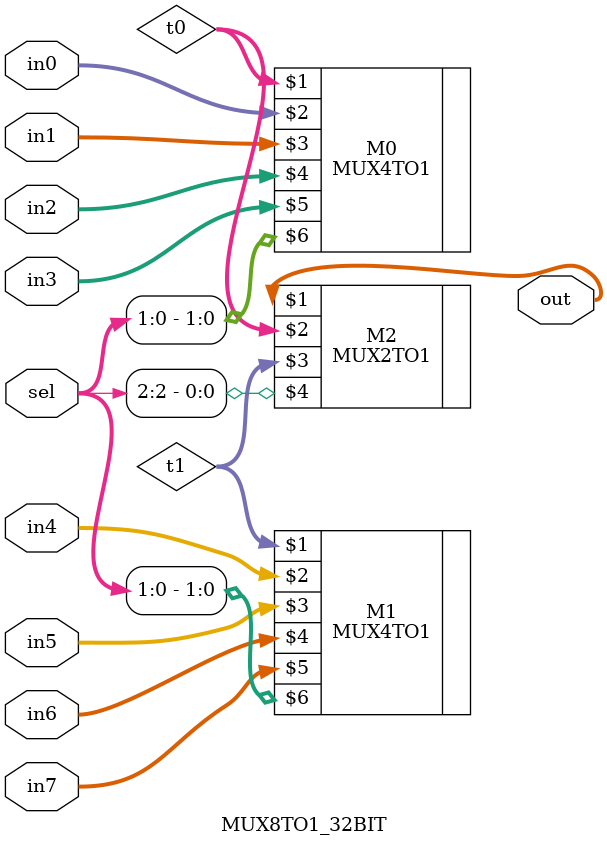
<source format=v>
`timescale 1ns / 1ps


module MUX8TO1_32BIT(out,in0,in1,in2,in3,in4,in5,in6,in7,sel);
    input [31:0] in0,in1,in2,in3,in4,in5,in6,in7;
    input [2:0] sel;
    output [31:0] out;
    
    wire [31:0] t0,t1;
    
    MUX4TO1 M0(t0,in0,in1,in2,in3,sel[1:0]);
    MUX4TO1 M1(t1,in4,in5,in6,in7,sel[1:0]);
    
    MUX2TO1 M2(out,t0,t1,sel[2]);
endmodule

</source>
